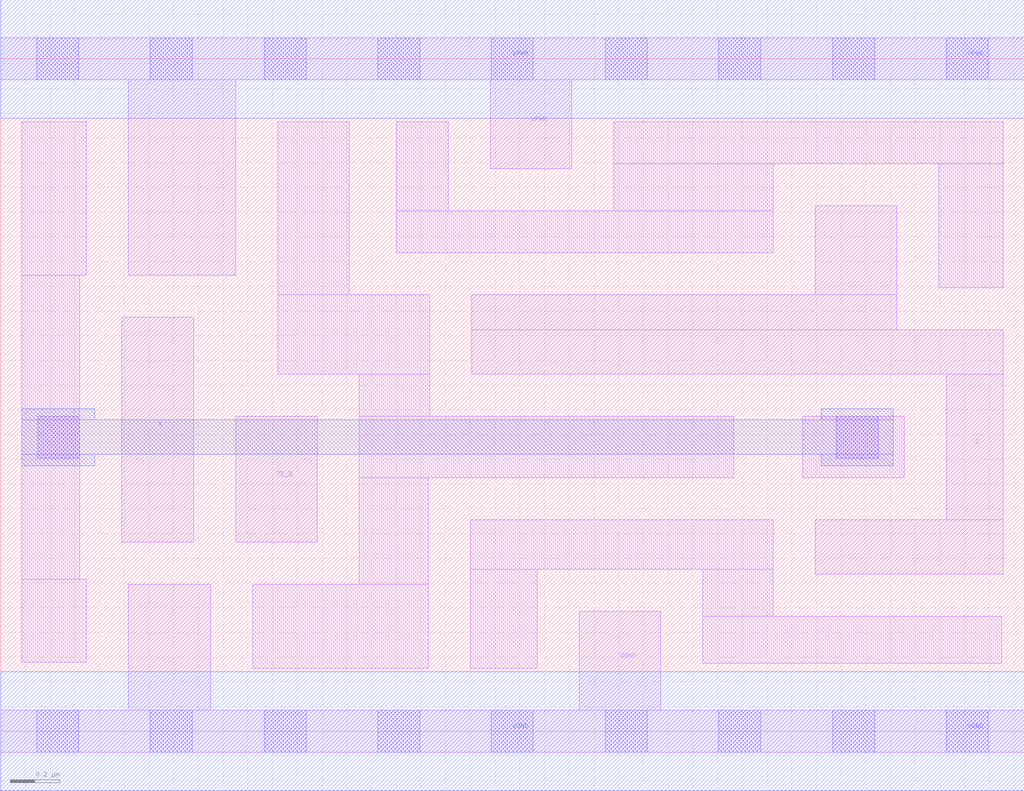
<source format=lef>
# Copyright 2020 The SkyWater PDK Authors
#
# Licensed under the Apache License, Version 2.0 (the "License");
# you may not use this file except in compliance with the License.
# You may obtain a copy of the License at
#
#     https://www.apache.org/licenses/LICENSE-2.0
#
# Unless required by applicable law or agreed to in writing, software
# distributed under the License is distributed on an "AS IS" BASIS,
# WITHOUT WARRANTIES OR CONDITIONS OF ANY KIND, either express or implied.
# See the License for the specific language governing permissions and
# limitations under the License.
#
# SPDX-License-Identifier: Apache-2.0

VERSION 5.7 ;
  NAMESCASESENSITIVE ON ;
  NOWIREEXTENSIONATPIN ON ;
  DIVIDERCHAR "/" ;
  BUSBITCHARS "[]" ;
UNITS
  DATABASE MICRONS 200 ;
END UNITS
MACRO sky130_fd_sc_hd__ebufn_2
  CLASS CORE ;
  SOURCE USER ;
  FOREIGN sky130_fd_sc_hd__ebufn_2 ;
  ORIGIN  0.000000  0.000000 ;
  SIZE  4.140000 BY  2.720000 ;
  SYMMETRY X Y R90 ;
  SITE unithd ;
  PIN A
    ANTENNAGATEAREA  0.159000 ;
    DIRECTION INPUT ;
    USE SIGNAL ;
    PORT
      LAYER li1 ;
        RECT 0.490000 0.765000 0.780000 1.675000 ;
    END
  END A
  PIN TE_B
    ANTENNAGATEAREA  0.441000 ;
    DIRECTION INPUT ;
    USE SIGNAL ;
    PORT
      LAYER li1 ;
        RECT 0.950000 0.765000 1.280000 1.275000 ;
    END
  END TE_B
  PIN Z
    ANTENNADIFFAREA  0.445500 ;
    DIRECTION OUTPUT ;
    USE SIGNAL ;
    PORT
      LAYER li1 ;
        RECT 1.905000 1.445000 4.055000 1.625000 ;
        RECT 1.905000 1.625000 3.625000 1.765000 ;
        RECT 3.295000 0.635000 4.055000 0.855000 ;
        RECT 3.295000 1.765000 3.625000 2.125000 ;
        RECT 3.825000 0.855000 4.055000 1.445000 ;
    END
  END Z
  PIN VGND
    DIRECTION INOUT ;
    SHAPE ABUTMENT ;
    USE GROUND ;
    PORT
      LAYER li1 ;
        RECT 0.000000 -0.085000 4.140000 0.085000 ;
        RECT 0.515000  0.085000 0.850000 0.595000 ;
        RECT 2.340000  0.085000 2.670000 0.485000 ;
      LAYER mcon ;
        RECT 0.145000 -0.085000 0.315000 0.085000 ;
        RECT 0.605000 -0.085000 0.775000 0.085000 ;
        RECT 1.065000 -0.085000 1.235000 0.085000 ;
        RECT 1.525000 -0.085000 1.695000 0.085000 ;
        RECT 1.985000 -0.085000 2.155000 0.085000 ;
        RECT 2.445000 -0.085000 2.615000 0.085000 ;
        RECT 2.905000 -0.085000 3.075000 0.085000 ;
        RECT 3.365000 -0.085000 3.535000 0.085000 ;
        RECT 3.825000 -0.085000 3.995000 0.085000 ;
      LAYER met1 ;
        RECT 0.000000 -0.240000 4.140000 0.240000 ;
    END
  END VGND
  PIN VPWR
    DIRECTION INOUT ;
    SHAPE ABUTMENT ;
    USE POWER ;
    PORT
      LAYER li1 ;
        RECT 0.000000 2.635000 4.140000 2.805000 ;
        RECT 0.515000 1.845000 0.950000 2.635000 ;
        RECT 1.980000 2.275000 2.310000 2.635000 ;
      LAYER mcon ;
        RECT 0.145000 2.635000 0.315000 2.805000 ;
        RECT 0.605000 2.635000 0.775000 2.805000 ;
        RECT 1.065000 2.635000 1.235000 2.805000 ;
        RECT 1.525000 2.635000 1.695000 2.805000 ;
        RECT 1.985000 2.635000 2.155000 2.805000 ;
        RECT 2.445000 2.635000 2.615000 2.805000 ;
        RECT 2.905000 2.635000 3.075000 2.805000 ;
        RECT 3.365000 2.635000 3.535000 2.805000 ;
        RECT 3.825000 2.635000 3.995000 2.805000 ;
      LAYER met1 ;
        RECT 0.000000 2.480000 4.140000 2.960000 ;
    END
  END VPWR
  OBS
    LAYER li1 ;
      RECT 0.085000 0.280000 0.345000 0.615000 ;
      RECT 0.085000 0.615000 0.320000 1.845000 ;
      RECT 0.085000 1.845000 0.345000 2.465000 ;
      RECT 1.020000 0.255000 1.730000 0.595000 ;
      RECT 1.120000 1.445000 1.735000 1.765000 ;
      RECT 1.120000 1.765000 1.410000 2.465000 ;
      RECT 1.450000 0.595000 1.730000 1.025000 ;
      RECT 1.450000 1.025000 2.965000 1.275000 ;
      RECT 1.450000 1.275000 1.735000 1.445000 ;
      RECT 1.600000 1.935000 3.125000 2.105000 ;
      RECT 1.600000 2.105000 1.810000 2.465000 ;
      RECT 1.900000 0.255000 2.170000 0.655000 ;
      RECT 1.900000 0.655000 3.125000 0.855000 ;
      RECT 2.480000 2.105000 3.125000 2.295000 ;
      RECT 2.480000 2.295000 4.055000 2.465000 ;
      RECT 2.840000 0.275000 4.050000 0.465000 ;
      RECT 2.840000 0.465000 3.125000 0.655000 ;
      RECT 3.245000 1.025000 3.655000 1.275000 ;
      RECT 3.795000 1.795000 4.055000 2.295000 ;
    LAYER mcon ;
      RECT 0.150000 1.105000 0.320000 1.275000 ;
      RECT 3.380000 1.105000 3.550000 1.275000 ;
    LAYER met1 ;
      RECT 0.085000 1.075000 0.380000 1.120000 ;
      RECT 0.085000 1.120000 3.610000 1.260000 ;
      RECT 0.085000 1.260000 0.380000 1.305000 ;
      RECT 3.320000 1.075000 3.610000 1.120000 ;
      RECT 3.320000 1.260000 3.610000 1.305000 ;
  END
END sky130_fd_sc_hd__ebufn_2

</source>
